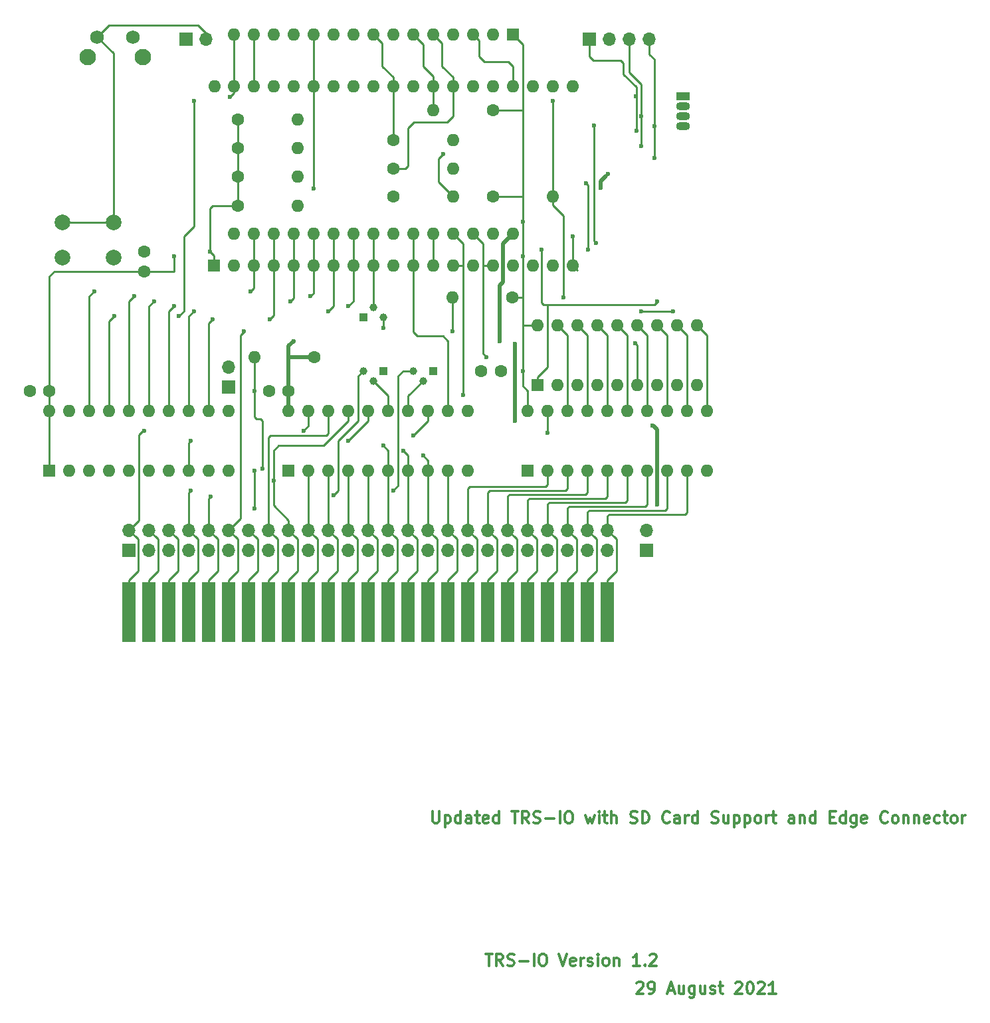
<source format=gbr>
G04 #@! TF.GenerationSoftware,KiCad,Pcbnew,(5.1.5)-3*
G04 #@! TF.CreationDate,2021-08-30T09:07:39+12:00*
G04 #@! TF.ProjectId,TRSIO,54525349-4f2e-46b6-9963-61645f706362,rev?*
G04 #@! TF.SameCoordinates,Original*
G04 #@! TF.FileFunction,Copper,L1,Top*
G04 #@! TF.FilePolarity,Positive*
%FSLAX46Y46*%
G04 Gerber Fmt 4.6, Leading zero omitted, Abs format (unit mm)*
G04 Created by KiCad (PCBNEW (5.1.5)-3) date 2021-08-30 09:07:39*
%MOMM*%
%LPD*%
G04 APERTURE LIST*
%ADD10C,0.300000*%
%ADD11R,1.600000X1.600000*%
%ADD12O,1.600000X1.600000*%
%ADD13C,1.600000*%
%ADD14R,1.800000X1.070000*%
%ADD15O,1.800000X1.070000*%
%ADD16C,1.000000*%
%ADD17R,1.000000X1.000000*%
%ADD18C,2.000000*%
%ADD19R,1.700000X1.700000*%
%ADD20O,1.700000X1.700000*%
%ADD21C,2.100000*%
%ADD22C,1.750000*%
%ADD23R,1.778000X7.620000*%
%ADD24C,0.600000*%
%ADD25C,0.250000*%
%ADD26C,0.500000*%
G04 APERTURE END LIST*
D10*
X179622142Y-170501571D02*
X179622142Y-171715857D01*
X179693571Y-171858714D01*
X179765000Y-171930142D01*
X179907857Y-172001571D01*
X180193571Y-172001571D01*
X180336428Y-171930142D01*
X180407857Y-171858714D01*
X180479285Y-171715857D01*
X180479285Y-170501571D01*
X181193571Y-171001571D02*
X181193571Y-172501571D01*
X181193571Y-171073000D02*
X181336428Y-171001571D01*
X181622142Y-171001571D01*
X181765000Y-171073000D01*
X181836428Y-171144428D01*
X181907857Y-171287285D01*
X181907857Y-171715857D01*
X181836428Y-171858714D01*
X181765000Y-171930142D01*
X181622142Y-172001571D01*
X181336428Y-172001571D01*
X181193571Y-171930142D01*
X183193571Y-172001571D02*
X183193571Y-170501571D01*
X183193571Y-171930142D02*
X183050714Y-172001571D01*
X182765000Y-172001571D01*
X182622142Y-171930142D01*
X182550714Y-171858714D01*
X182479285Y-171715857D01*
X182479285Y-171287285D01*
X182550714Y-171144428D01*
X182622142Y-171073000D01*
X182765000Y-171001571D01*
X183050714Y-171001571D01*
X183193571Y-171073000D01*
X184550714Y-172001571D02*
X184550714Y-171215857D01*
X184479285Y-171073000D01*
X184336428Y-171001571D01*
X184050714Y-171001571D01*
X183907857Y-171073000D01*
X184550714Y-171930142D02*
X184407857Y-172001571D01*
X184050714Y-172001571D01*
X183907857Y-171930142D01*
X183836428Y-171787285D01*
X183836428Y-171644428D01*
X183907857Y-171501571D01*
X184050714Y-171430142D01*
X184407857Y-171430142D01*
X184550714Y-171358714D01*
X185050714Y-171001571D02*
X185622142Y-171001571D01*
X185265000Y-170501571D02*
X185265000Y-171787285D01*
X185336428Y-171930142D01*
X185479285Y-172001571D01*
X185622142Y-172001571D01*
X186693571Y-171930142D02*
X186550714Y-172001571D01*
X186265000Y-172001571D01*
X186122142Y-171930142D01*
X186050714Y-171787285D01*
X186050714Y-171215857D01*
X186122142Y-171073000D01*
X186265000Y-171001571D01*
X186550714Y-171001571D01*
X186693571Y-171073000D01*
X186765000Y-171215857D01*
X186765000Y-171358714D01*
X186050714Y-171501571D01*
X188050714Y-172001571D02*
X188050714Y-170501571D01*
X188050714Y-171930142D02*
X187907857Y-172001571D01*
X187622142Y-172001571D01*
X187479285Y-171930142D01*
X187407857Y-171858714D01*
X187336428Y-171715857D01*
X187336428Y-171287285D01*
X187407857Y-171144428D01*
X187479285Y-171073000D01*
X187622142Y-171001571D01*
X187907857Y-171001571D01*
X188050714Y-171073000D01*
X189693571Y-170501571D02*
X190550714Y-170501571D01*
X190122142Y-172001571D02*
X190122142Y-170501571D01*
X191907857Y-172001571D02*
X191407857Y-171287285D01*
X191050714Y-172001571D02*
X191050714Y-170501571D01*
X191622142Y-170501571D01*
X191765000Y-170573000D01*
X191836428Y-170644428D01*
X191907857Y-170787285D01*
X191907857Y-171001571D01*
X191836428Y-171144428D01*
X191765000Y-171215857D01*
X191622142Y-171287285D01*
X191050714Y-171287285D01*
X192479285Y-171930142D02*
X192693571Y-172001571D01*
X193050714Y-172001571D01*
X193193571Y-171930142D01*
X193265000Y-171858714D01*
X193336428Y-171715857D01*
X193336428Y-171573000D01*
X193265000Y-171430142D01*
X193193571Y-171358714D01*
X193050714Y-171287285D01*
X192765000Y-171215857D01*
X192622142Y-171144428D01*
X192550714Y-171073000D01*
X192479285Y-170930142D01*
X192479285Y-170787285D01*
X192550714Y-170644428D01*
X192622142Y-170573000D01*
X192765000Y-170501571D01*
X193122142Y-170501571D01*
X193336428Y-170573000D01*
X193979285Y-171430142D02*
X195122142Y-171430142D01*
X195836428Y-172001571D02*
X195836428Y-170501571D01*
X196836428Y-170501571D02*
X197122142Y-170501571D01*
X197265000Y-170573000D01*
X197407857Y-170715857D01*
X197479285Y-171001571D01*
X197479285Y-171501571D01*
X197407857Y-171787285D01*
X197265000Y-171930142D01*
X197122142Y-172001571D01*
X196836428Y-172001571D01*
X196693571Y-171930142D01*
X196550714Y-171787285D01*
X196479285Y-171501571D01*
X196479285Y-171001571D01*
X196550714Y-170715857D01*
X196693571Y-170573000D01*
X196836428Y-170501571D01*
X199122142Y-171001571D02*
X199407857Y-172001571D01*
X199693571Y-171287285D01*
X199979285Y-172001571D01*
X200265000Y-171001571D01*
X200836428Y-172001571D02*
X200836428Y-171001571D01*
X200836428Y-170501571D02*
X200765000Y-170573000D01*
X200836428Y-170644428D01*
X200907857Y-170573000D01*
X200836428Y-170501571D01*
X200836428Y-170644428D01*
X201336428Y-171001571D02*
X201907857Y-171001571D01*
X201550714Y-170501571D02*
X201550714Y-171787285D01*
X201622142Y-171930142D01*
X201765000Y-172001571D01*
X201907857Y-172001571D01*
X202407857Y-172001571D02*
X202407857Y-170501571D01*
X203050714Y-172001571D02*
X203050714Y-171215857D01*
X202979285Y-171073000D01*
X202836428Y-171001571D01*
X202622142Y-171001571D01*
X202479285Y-171073000D01*
X202407857Y-171144428D01*
X204836428Y-171930142D02*
X205050714Y-172001571D01*
X205407857Y-172001571D01*
X205550714Y-171930142D01*
X205622142Y-171858714D01*
X205693571Y-171715857D01*
X205693571Y-171573000D01*
X205622142Y-171430142D01*
X205550714Y-171358714D01*
X205407857Y-171287285D01*
X205122142Y-171215857D01*
X204979285Y-171144428D01*
X204907857Y-171073000D01*
X204836428Y-170930142D01*
X204836428Y-170787285D01*
X204907857Y-170644428D01*
X204979285Y-170573000D01*
X205122142Y-170501571D01*
X205479285Y-170501571D01*
X205693571Y-170573000D01*
X206336428Y-172001571D02*
X206336428Y-170501571D01*
X206693571Y-170501571D01*
X206907857Y-170573000D01*
X207050714Y-170715857D01*
X207122142Y-170858714D01*
X207193571Y-171144428D01*
X207193571Y-171358714D01*
X207122142Y-171644428D01*
X207050714Y-171787285D01*
X206907857Y-171930142D01*
X206693571Y-172001571D01*
X206336428Y-172001571D01*
X209836428Y-171858714D02*
X209765000Y-171930142D01*
X209550714Y-172001571D01*
X209407857Y-172001571D01*
X209193571Y-171930142D01*
X209050714Y-171787285D01*
X208979285Y-171644428D01*
X208907857Y-171358714D01*
X208907857Y-171144428D01*
X208979285Y-170858714D01*
X209050714Y-170715857D01*
X209193571Y-170573000D01*
X209407857Y-170501571D01*
X209550714Y-170501571D01*
X209765000Y-170573000D01*
X209836428Y-170644428D01*
X211122142Y-172001571D02*
X211122142Y-171215857D01*
X211050714Y-171073000D01*
X210907857Y-171001571D01*
X210622142Y-171001571D01*
X210479285Y-171073000D01*
X211122142Y-171930142D02*
X210979285Y-172001571D01*
X210622142Y-172001571D01*
X210479285Y-171930142D01*
X210407857Y-171787285D01*
X210407857Y-171644428D01*
X210479285Y-171501571D01*
X210622142Y-171430142D01*
X210979285Y-171430142D01*
X211122142Y-171358714D01*
X211836428Y-172001571D02*
X211836428Y-171001571D01*
X211836428Y-171287285D02*
X211907857Y-171144428D01*
X211979285Y-171073000D01*
X212122142Y-171001571D01*
X212265000Y-171001571D01*
X213407857Y-172001571D02*
X213407857Y-170501571D01*
X213407857Y-171930142D02*
X213265000Y-172001571D01*
X212979285Y-172001571D01*
X212836428Y-171930142D01*
X212765000Y-171858714D01*
X212693571Y-171715857D01*
X212693571Y-171287285D01*
X212765000Y-171144428D01*
X212836428Y-171073000D01*
X212979285Y-171001571D01*
X213265000Y-171001571D01*
X213407857Y-171073000D01*
X215193571Y-171930142D02*
X215407857Y-172001571D01*
X215765000Y-172001571D01*
X215907857Y-171930142D01*
X215979285Y-171858714D01*
X216050714Y-171715857D01*
X216050714Y-171573000D01*
X215979285Y-171430142D01*
X215907857Y-171358714D01*
X215765000Y-171287285D01*
X215479285Y-171215857D01*
X215336428Y-171144428D01*
X215265000Y-171073000D01*
X215193571Y-170930142D01*
X215193571Y-170787285D01*
X215265000Y-170644428D01*
X215336428Y-170573000D01*
X215479285Y-170501571D01*
X215836428Y-170501571D01*
X216050714Y-170573000D01*
X217336428Y-171001571D02*
X217336428Y-172001571D01*
X216693571Y-171001571D02*
X216693571Y-171787285D01*
X216765000Y-171930142D01*
X216907857Y-172001571D01*
X217122142Y-172001571D01*
X217265000Y-171930142D01*
X217336428Y-171858714D01*
X218050714Y-171001571D02*
X218050714Y-172501571D01*
X218050714Y-171073000D02*
X218193571Y-171001571D01*
X218479285Y-171001571D01*
X218622142Y-171073000D01*
X218693571Y-171144428D01*
X218765000Y-171287285D01*
X218765000Y-171715857D01*
X218693571Y-171858714D01*
X218622142Y-171930142D01*
X218479285Y-172001571D01*
X218193571Y-172001571D01*
X218050714Y-171930142D01*
X219407857Y-171001571D02*
X219407857Y-172501571D01*
X219407857Y-171073000D02*
X219550714Y-171001571D01*
X219836428Y-171001571D01*
X219979285Y-171073000D01*
X220050714Y-171144428D01*
X220122142Y-171287285D01*
X220122142Y-171715857D01*
X220050714Y-171858714D01*
X219979285Y-171930142D01*
X219836428Y-172001571D01*
X219550714Y-172001571D01*
X219407857Y-171930142D01*
X220979285Y-172001571D02*
X220836428Y-171930142D01*
X220765000Y-171858714D01*
X220693571Y-171715857D01*
X220693571Y-171287285D01*
X220765000Y-171144428D01*
X220836428Y-171073000D01*
X220979285Y-171001571D01*
X221193571Y-171001571D01*
X221336428Y-171073000D01*
X221407857Y-171144428D01*
X221479285Y-171287285D01*
X221479285Y-171715857D01*
X221407857Y-171858714D01*
X221336428Y-171930142D01*
X221193571Y-172001571D01*
X220979285Y-172001571D01*
X222122142Y-172001571D02*
X222122142Y-171001571D01*
X222122142Y-171287285D02*
X222193571Y-171144428D01*
X222265000Y-171073000D01*
X222407857Y-171001571D01*
X222550714Y-171001571D01*
X222836428Y-171001571D02*
X223407857Y-171001571D01*
X223050714Y-170501571D02*
X223050714Y-171787285D01*
X223122142Y-171930142D01*
X223265000Y-172001571D01*
X223407857Y-172001571D01*
X225693571Y-172001571D02*
X225693571Y-171215857D01*
X225622142Y-171073000D01*
X225479285Y-171001571D01*
X225193571Y-171001571D01*
X225050714Y-171073000D01*
X225693571Y-171930142D02*
X225550714Y-172001571D01*
X225193571Y-172001571D01*
X225050714Y-171930142D01*
X224979285Y-171787285D01*
X224979285Y-171644428D01*
X225050714Y-171501571D01*
X225193571Y-171430142D01*
X225550714Y-171430142D01*
X225693571Y-171358714D01*
X226407857Y-171001571D02*
X226407857Y-172001571D01*
X226407857Y-171144428D02*
X226479285Y-171073000D01*
X226622142Y-171001571D01*
X226836428Y-171001571D01*
X226979285Y-171073000D01*
X227050714Y-171215857D01*
X227050714Y-172001571D01*
X228407857Y-172001571D02*
X228407857Y-170501571D01*
X228407857Y-171930142D02*
X228265000Y-172001571D01*
X227979285Y-172001571D01*
X227836428Y-171930142D01*
X227765000Y-171858714D01*
X227693571Y-171715857D01*
X227693571Y-171287285D01*
X227765000Y-171144428D01*
X227836428Y-171073000D01*
X227979285Y-171001571D01*
X228265000Y-171001571D01*
X228407857Y-171073000D01*
X230265000Y-171215857D02*
X230765000Y-171215857D01*
X230979285Y-172001571D02*
X230265000Y-172001571D01*
X230265000Y-170501571D01*
X230979285Y-170501571D01*
X232265000Y-172001571D02*
X232265000Y-170501571D01*
X232265000Y-171930142D02*
X232122142Y-172001571D01*
X231836428Y-172001571D01*
X231693571Y-171930142D01*
X231622142Y-171858714D01*
X231550714Y-171715857D01*
X231550714Y-171287285D01*
X231622142Y-171144428D01*
X231693571Y-171073000D01*
X231836428Y-171001571D01*
X232122142Y-171001571D01*
X232265000Y-171073000D01*
X233622142Y-171001571D02*
X233622142Y-172215857D01*
X233550714Y-172358714D01*
X233479285Y-172430142D01*
X233336428Y-172501571D01*
X233122142Y-172501571D01*
X232979285Y-172430142D01*
X233622142Y-171930142D02*
X233479285Y-172001571D01*
X233193571Y-172001571D01*
X233050714Y-171930142D01*
X232979285Y-171858714D01*
X232907857Y-171715857D01*
X232907857Y-171287285D01*
X232979285Y-171144428D01*
X233050714Y-171073000D01*
X233193571Y-171001571D01*
X233479285Y-171001571D01*
X233622142Y-171073000D01*
X234907857Y-171930142D02*
X234765000Y-172001571D01*
X234479285Y-172001571D01*
X234336428Y-171930142D01*
X234265000Y-171787285D01*
X234265000Y-171215857D01*
X234336428Y-171073000D01*
X234479285Y-171001571D01*
X234765000Y-171001571D01*
X234907857Y-171073000D01*
X234979285Y-171215857D01*
X234979285Y-171358714D01*
X234265000Y-171501571D01*
X237622142Y-171858714D02*
X237550714Y-171930142D01*
X237336428Y-172001571D01*
X237193571Y-172001571D01*
X236979285Y-171930142D01*
X236836428Y-171787285D01*
X236765000Y-171644428D01*
X236693571Y-171358714D01*
X236693571Y-171144428D01*
X236765000Y-170858714D01*
X236836428Y-170715857D01*
X236979285Y-170573000D01*
X237193571Y-170501571D01*
X237336428Y-170501571D01*
X237550714Y-170573000D01*
X237622142Y-170644428D01*
X238479285Y-172001571D02*
X238336428Y-171930142D01*
X238265000Y-171858714D01*
X238193571Y-171715857D01*
X238193571Y-171287285D01*
X238265000Y-171144428D01*
X238336428Y-171073000D01*
X238479285Y-171001571D01*
X238693571Y-171001571D01*
X238836428Y-171073000D01*
X238907857Y-171144428D01*
X238979285Y-171287285D01*
X238979285Y-171715857D01*
X238907857Y-171858714D01*
X238836428Y-171930142D01*
X238693571Y-172001571D01*
X238479285Y-172001571D01*
X239622142Y-171001571D02*
X239622142Y-172001571D01*
X239622142Y-171144428D02*
X239693571Y-171073000D01*
X239836428Y-171001571D01*
X240050714Y-171001571D01*
X240193571Y-171073000D01*
X240265000Y-171215857D01*
X240265000Y-172001571D01*
X240979285Y-171001571D02*
X240979285Y-172001571D01*
X240979285Y-171144428D02*
X241050714Y-171073000D01*
X241193571Y-171001571D01*
X241407857Y-171001571D01*
X241550714Y-171073000D01*
X241622142Y-171215857D01*
X241622142Y-172001571D01*
X242907857Y-171930142D02*
X242765000Y-172001571D01*
X242479285Y-172001571D01*
X242336428Y-171930142D01*
X242265000Y-171787285D01*
X242265000Y-171215857D01*
X242336428Y-171073000D01*
X242479285Y-171001571D01*
X242765000Y-171001571D01*
X242907857Y-171073000D01*
X242979285Y-171215857D01*
X242979285Y-171358714D01*
X242265000Y-171501571D01*
X244265000Y-171930142D02*
X244122142Y-172001571D01*
X243836428Y-172001571D01*
X243693571Y-171930142D01*
X243622142Y-171858714D01*
X243550714Y-171715857D01*
X243550714Y-171287285D01*
X243622142Y-171144428D01*
X243693571Y-171073000D01*
X243836428Y-171001571D01*
X244122142Y-171001571D01*
X244265000Y-171073000D01*
X244693571Y-171001571D02*
X245265000Y-171001571D01*
X244907857Y-170501571D02*
X244907857Y-171787285D01*
X244979285Y-171930142D01*
X245122142Y-172001571D01*
X245265000Y-172001571D01*
X245979285Y-172001571D02*
X245836428Y-171930142D01*
X245765000Y-171858714D01*
X245693571Y-171715857D01*
X245693571Y-171287285D01*
X245765000Y-171144428D01*
X245836428Y-171073000D01*
X245979285Y-171001571D01*
X246193571Y-171001571D01*
X246336428Y-171073000D01*
X246407857Y-171144428D01*
X246479285Y-171287285D01*
X246479285Y-171715857D01*
X246407857Y-171858714D01*
X246336428Y-171930142D01*
X246193571Y-172001571D01*
X245979285Y-172001571D01*
X247122142Y-172001571D02*
X247122142Y-171001571D01*
X247122142Y-171287285D02*
X247193571Y-171144428D01*
X247265000Y-171073000D01*
X247407857Y-171001571D01*
X247550714Y-171001571D01*
X205645857Y-192361428D02*
X205717285Y-192290000D01*
X205860142Y-192218571D01*
X206217285Y-192218571D01*
X206360142Y-192290000D01*
X206431571Y-192361428D01*
X206503000Y-192504285D01*
X206503000Y-192647142D01*
X206431571Y-192861428D01*
X205574428Y-193718571D01*
X206503000Y-193718571D01*
X207217285Y-193718571D02*
X207503000Y-193718571D01*
X207645857Y-193647142D01*
X207717285Y-193575714D01*
X207860142Y-193361428D01*
X207931571Y-193075714D01*
X207931571Y-192504285D01*
X207860142Y-192361428D01*
X207788714Y-192290000D01*
X207645857Y-192218571D01*
X207360142Y-192218571D01*
X207217285Y-192290000D01*
X207145857Y-192361428D01*
X207074428Y-192504285D01*
X207074428Y-192861428D01*
X207145857Y-193004285D01*
X207217285Y-193075714D01*
X207360142Y-193147142D01*
X207645857Y-193147142D01*
X207788714Y-193075714D01*
X207860142Y-193004285D01*
X207931571Y-192861428D01*
X209645857Y-193290000D02*
X210360142Y-193290000D01*
X209503000Y-193718571D02*
X210003000Y-192218571D01*
X210503000Y-193718571D01*
X211645857Y-192718571D02*
X211645857Y-193718571D01*
X211003000Y-192718571D02*
X211003000Y-193504285D01*
X211074428Y-193647142D01*
X211217285Y-193718571D01*
X211431571Y-193718571D01*
X211574428Y-193647142D01*
X211645857Y-193575714D01*
X213003000Y-192718571D02*
X213003000Y-193932857D01*
X212931571Y-194075714D01*
X212860142Y-194147142D01*
X212717285Y-194218571D01*
X212503000Y-194218571D01*
X212360142Y-194147142D01*
X213003000Y-193647142D02*
X212860142Y-193718571D01*
X212574428Y-193718571D01*
X212431571Y-193647142D01*
X212360142Y-193575714D01*
X212288714Y-193432857D01*
X212288714Y-193004285D01*
X212360142Y-192861428D01*
X212431571Y-192790000D01*
X212574428Y-192718571D01*
X212860142Y-192718571D01*
X213003000Y-192790000D01*
X214360142Y-192718571D02*
X214360142Y-193718571D01*
X213717285Y-192718571D02*
X213717285Y-193504285D01*
X213788714Y-193647142D01*
X213931571Y-193718571D01*
X214145857Y-193718571D01*
X214288714Y-193647142D01*
X214360142Y-193575714D01*
X215003000Y-193647142D02*
X215145857Y-193718571D01*
X215431571Y-193718571D01*
X215574428Y-193647142D01*
X215645857Y-193504285D01*
X215645857Y-193432857D01*
X215574428Y-193290000D01*
X215431571Y-193218571D01*
X215217285Y-193218571D01*
X215074428Y-193147142D01*
X215003000Y-193004285D01*
X215003000Y-192932857D01*
X215074428Y-192790000D01*
X215217285Y-192718571D01*
X215431571Y-192718571D01*
X215574428Y-192790000D01*
X216074428Y-192718571D02*
X216645857Y-192718571D01*
X216288714Y-192218571D02*
X216288714Y-193504285D01*
X216360142Y-193647142D01*
X216503000Y-193718571D01*
X216645857Y-193718571D01*
X218217285Y-192361428D02*
X218288714Y-192290000D01*
X218431571Y-192218571D01*
X218788714Y-192218571D01*
X218931571Y-192290000D01*
X219003000Y-192361428D01*
X219074428Y-192504285D01*
X219074428Y-192647142D01*
X219003000Y-192861428D01*
X218145857Y-193718571D01*
X219074428Y-193718571D01*
X220003000Y-192218571D02*
X220145857Y-192218571D01*
X220288714Y-192290000D01*
X220360142Y-192361428D01*
X220431571Y-192504285D01*
X220503000Y-192790000D01*
X220503000Y-193147142D01*
X220431571Y-193432857D01*
X220360142Y-193575714D01*
X220288714Y-193647142D01*
X220145857Y-193718571D01*
X220003000Y-193718571D01*
X219860142Y-193647142D01*
X219788714Y-193575714D01*
X219717285Y-193432857D01*
X219645857Y-193147142D01*
X219645857Y-192790000D01*
X219717285Y-192504285D01*
X219788714Y-192361428D01*
X219860142Y-192290000D01*
X220003000Y-192218571D01*
X221074428Y-192361428D02*
X221145857Y-192290000D01*
X221288714Y-192218571D01*
X221645857Y-192218571D01*
X221788714Y-192290000D01*
X221860142Y-192361428D01*
X221931571Y-192504285D01*
X221931571Y-192647142D01*
X221860142Y-192861428D01*
X221003000Y-193718571D01*
X221931571Y-193718571D01*
X223360142Y-193718571D02*
X222503000Y-193718571D01*
X222931571Y-193718571D02*
X222931571Y-192218571D01*
X222788714Y-192432857D01*
X222645857Y-192575714D01*
X222503000Y-192647142D01*
X186393714Y-188662571D02*
X187250857Y-188662571D01*
X186822285Y-190162571D02*
X186822285Y-188662571D01*
X188608000Y-190162571D02*
X188108000Y-189448285D01*
X187750857Y-190162571D02*
X187750857Y-188662571D01*
X188322285Y-188662571D01*
X188465142Y-188734000D01*
X188536571Y-188805428D01*
X188608000Y-188948285D01*
X188608000Y-189162571D01*
X188536571Y-189305428D01*
X188465142Y-189376857D01*
X188322285Y-189448285D01*
X187750857Y-189448285D01*
X189179428Y-190091142D02*
X189393714Y-190162571D01*
X189750857Y-190162571D01*
X189893714Y-190091142D01*
X189965142Y-190019714D01*
X190036571Y-189876857D01*
X190036571Y-189734000D01*
X189965142Y-189591142D01*
X189893714Y-189519714D01*
X189750857Y-189448285D01*
X189465142Y-189376857D01*
X189322285Y-189305428D01*
X189250857Y-189234000D01*
X189179428Y-189091142D01*
X189179428Y-188948285D01*
X189250857Y-188805428D01*
X189322285Y-188734000D01*
X189465142Y-188662571D01*
X189822285Y-188662571D01*
X190036571Y-188734000D01*
X190679428Y-189591142D02*
X191822285Y-189591142D01*
X192536571Y-190162571D02*
X192536571Y-188662571D01*
X193536571Y-188662571D02*
X193822285Y-188662571D01*
X193965142Y-188734000D01*
X194108000Y-188876857D01*
X194179428Y-189162571D01*
X194179428Y-189662571D01*
X194108000Y-189948285D01*
X193965142Y-190091142D01*
X193822285Y-190162571D01*
X193536571Y-190162571D01*
X193393714Y-190091142D01*
X193250857Y-189948285D01*
X193179428Y-189662571D01*
X193179428Y-189162571D01*
X193250857Y-188876857D01*
X193393714Y-188734000D01*
X193536571Y-188662571D01*
X195750857Y-188662571D02*
X196250857Y-190162571D01*
X196750857Y-188662571D01*
X197822285Y-190091142D02*
X197679428Y-190162571D01*
X197393714Y-190162571D01*
X197250857Y-190091142D01*
X197179428Y-189948285D01*
X197179428Y-189376857D01*
X197250857Y-189234000D01*
X197393714Y-189162571D01*
X197679428Y-189162571D01*
X197822285Y-189234000D01*
X197893714Y-189376857D01*
X197893714Y-189519714D01*
X197179428Y-189662571D01*
X198536571Y-190162571D02*
X198536571Y-189162571D01*
X198536571Y-189448285D02*
X198608000Y-189305428D01*
X198679428Y-189234000D01*
X198822285Y-189162571D01*
X198965142Y-189162571D01*
X199393714Y-190091142D02*
X199536571Y-190162571D01*
X199822285Y-190162571D01*
X199965142Y-190091142D01*
X200036571Y-189948285D01*
X200036571Y-189876857D01*
X199965142Y-189734000D01*
X199822285Y-189662571D01*
X199608000Y-189662571D01*
X199465142Y-189591142D01*
X199393714Y-189448285D01*
X199393714Y-189376857D01*
X199465142Y-189234000D01*
X199608000Y-189162571D01*
X199822285Y-189162571D01*
X199965142Y-189234000D01*
X200679428Y-190162571D02*
X200679428Y-189162571D01*
X200679428Y-188662571D02*
X200608000Y-188734000D01*
X200679428Y-188805428D01*
X200750857Y-188734000D01*
X200679428Y-188662571D01*
X200679428Y-188805428D01*
X201608000Y-190162571D02*
X201465142Y-190091142D01*
X201393714Y-190019714D01*
X201322285Y-189876857D01*
X201322285Y-189448285D01*
X201393714Y-189305428D01*
X201465142Y-189234000D01*
X201608000Y-189162571D01*
X201822285Y-189162571D01*
X201965142Y-189234000D01*
X202036571Y-189305428D01*
X202108000Y-189448285D01*
X202108000Y-189876857D01*
X202036571Y-190019714D01*
X201965142Y-190091142D01*
X201822285Y-190162571D01*
X201608000Y-190162571D01*
X202750857Y-189162571D02*
X202750857Y-190162571D01*
X202750857Y-189305428D02*
X202822285Y-189234000D01*
X202965142Y-189162571D01*
X203179428Y-189162571D01*
X203322285Y-189234000D01*
X203393714Y-189376857D01*
X203393714Y-190162571D01*
X206036571Y-190162571D02*
X205179428Y-190162571D01*
X205608000Y-190162571D02*
X205608000Y-188662571D01*
X205465142Y-188876857D01*
X205322285Y-189019714D01*
X205179428Y-189091142D01*
X206679428Y-190019714D02*
X206750857Y-190091142D01*
X206679428Y-190162571D01*
X206608000Y-190091142D01*
X206679428Y-190019714D01*
X206679428Y-190162571D01*
X207322285Y-188805428D02*
X207393714Y-188734000D01*
X207536571Y-188662571D01*
X207893714Y-188662571D01*
X208036571Y-188734000D01*
X208108000Y-188805428D01*
X208179428Y-188948285D01*
X208179428Y-189091142D01*
X208108000Y-189305428D01*
X207250857Y-190162571D01*
X208179428Y-190162571D01*
D11*
X189865000Y-71374000D03*
D12*
X187325000Y-71374000D03*
X184785000Y-71374000D03*
X182245000Y-71374000D03*
X179705000Y-71374000D03*
X177165000Y-71374000D03*
X154305000Y-96774000D03*
X174625000Y-71374000D03*
X156845000Y-96774000D03*
X172085000Y-71374000D03*
X159385000Y-96774000D03*
X169545000Y-71374000D03*
X161925000Y-96774000D03*
X167005000Y-71374000D03*
X164465000Y-96774000D03*
X164465000Y-71374000D03*
X167005000Y-96774000D03*
X161925000Y-71374000D03*
X169545000Y-96774000D03*
X159385000Y-71374000D03*
X172085000Y-96774000D03*
X156845000Y-71374000D03*
X174625000Y-96774000D03*
X154305000Y-71374000D03*
X177165000Y-96774000D03*
X179705000Y-96774000D03*
X182245000Y-96774000D03*
X184785000Y-96774000D03*
X187325000Y-96774000D03*
X189865000Y-96774000D03*
D13*
X130810000Y-116840000D03*
X128310000Y-116840000D03*
X161290000Y-116840000D03*
X158790000Y-116840000D03*
X188341000Y-114300000D03*
X185841000Y-114300000D03*
X142875000Y-101600000D03*
X142875000Y-99100000D03*
D14*
X211582000Y-79311500D03*
D15*
X211582000Y-80581500D03*
X211582000Y-81851500D03*
X211582000Y-83121500D03*
D16*
X172085000Y-106172000D03*
X173355000Y-107442000D03*
D17*
X170815000Y-107442000D03*
D16*
X172085000Y-115570000D03*
X170815000Y-114300000D03*
D17*
X173355000Y-114300000D03*
D16*
X178435000Y-115570000D03*
X177165000Y-114300000D03*
D17*
X179705000Y-114300000D03*
D13*
X174625000Y-84899500D03*
D12*
X182245000Y-84899500D03*
D13*
X174625000Y-88519000D03*
D12*
X182245000Y-88519000D03*
D13*
X174625000Y-92075000D03*
D12*
X182245000Y-92075000D03*
D18*
X132461000Y-99877000D03*
X132461000Y-95377000D03*
X138961000Y-99877000D03*
X138961000Y-95377000D03*
D11*
X191770000Y-127000000D03*
D12*
X214630000Y-119380000D03*
X194310000Y-127000000D03*
X212090000Y-119380000D03*
X196850000Y-127000000D03*
X209550000Y-119380000D03*
X199390000Y-127000000D03*
X207010000Y-119380000D03*
X201930000Y-127000000D03*
X204470000Y-119380000D03*
X204470000Y-127000000D03*
X201930000Y-119380000D03*
X207010000Y-127000000D03*
X199390000Y-119380000D03*
X209550000Y-127000000D03*
X196850000Y-119380000D03*
X212090000Y-127000000D03*
X194310000Y-119380000D03*
X214630000Y-127000000D03*
X191770000Y-119380000D03*
D11*
X161290000Y-127000000D03*
D12*
X184150000Y-119380000D03*
X163830000Y-127000000D03*
X181610000Y-119380000D03*
X166370000Y-127000000D03*
X179070000Y-119380000D03*
X168910000Y-127000000D03*
X176530000Y-119380000D03*
X171450000Y-127000000D03*
X173990000Y-119380000D03*
X173990000Y-127000000D03*
X171450000Y-119380000D03*
X176530000Y-127000000D03*
X168910000Y-119380000D03*
X179070000Y-127000000D03*
X166370000Y-119380000D03*
X181610000Y-127000000D03*
X163830000Y-119380000D03*
X184150000Y-127000000D03*
X161290000Y-119380000D03*
D11*
X130810000Y-127000000D03*
D12*
X153670000Y-119380000D03*
X133350000Y-127000000D03*
X151130000Y-119380000D03*
X135890000Y-127000000D03*
X148590000Y-119380000D03*
X138430000Y-127000000D03*
X146050000Y-119380000D03*
X140970000Y-127000000D03*
X143510000Y-119380000D03*
X143510000Y-127000000D03*
X140970000Y-119380000D03*
X146050000Y-127000000D03*
X138430000Y-119380000D03*
X148590000Y-127000000D03*
X135890000Y-119380000D03*
X151130000Y-127000000D03*
X133350000Y-119380000D03*
X153670000Y-127000000D03*
X130810000Y-119380000D03*
D19*
X140970000Y-137160000D03*
D20*
X140970000Y-134620000D03*
X143510000Y-137160000D03*
X143510000Y-134620000D03*
X146050000Y-137160000D03*
X146050000Y-134620000D03*
X148590000Y-137160000D03*
X148590000Y-134620000D03*
X151130000Y-137160000D03*
X151130000Y-134620000D03*
X153670000Y-137160000D03*
X153670000Y-134620000D03*
X156210000Y-137160000D03*
X156210000Y-134620000D03*
X158750000Y-137160000D03*
X158750000Y-134620000D03*
X161290000Y-137160000D03*
X161290000Y-134620000D03*
X163830000Y-137160000D03*
X163830000Y-134620000D03*
X166370000Y-137160000D03*
X166370000Y-134620000D03*
X168910000Y-137160000D03*
X168910000Y-134620000D03*
X171450000Y-137160000D03*
X171450000Y-134620000D03*
X173990000Y-137160000D03*
X173990000Y-134620000D03*
X176530000Y-137160000D03*
X176530000Y-134620000D03*
X179070000Y-137160000D03*
X179070000Y-134620000D03*
X181610000Y-137160000D03*
X181610000Y-134620000D03*
X184150000Y-137160000D03*
X184150000Y-134620000D03*
X186690000Y-137160000D03*
X186690000Y-134620000D03*
X189230000Y-137160000D03*
X189230000Y-134620000D03*
X191770000Y-137160000D03*
X191770000Y-134620000D03*
X194310000Y-137160000D03*
X194310000Y-134620000D03*
X196850000Y-137160000D03*
X196850000Y-134620000D03*
X199390000Y-137160000D03*
X199390000Y-134620000D03*
X201930000Y-137160000D03*
X201930000Y-134620000D03*
D11*
X151765000Y-100838000D03*
D12*
X154305000Y-100838000D03*
X197485000Y-77978000D03*
X156845000Y-100838000D03*
X194945000Y-77978000D03*
X159385000Y-100838000D03*
X192405000Y-77978000D03*
X161925000Y-100838000D03*
X189865000Y-77978000D03*
X164465000Y-100838000D03*
X187325000Y-77978000D03*
X167005000Y-100838000D03*
X184785000Y-77978000D03*
X169545000Y-100838000D03*
X182245000Y-77978000D03*
X172085000Y-100838000D03*
X179705000Y-77978000D03*
X174625000Y-100838000D03*
X177165000Y-77978000D03*
X177165000Y-100838000D03*
X174625000Y-77978000D03*
X179705000Y-100838000D03*
X172085000Y-77978000D03*
X182245000Y-100838000D03*
X169545000Y-77978000D03*
X184785000Y-100838000D03*
X167005000Y-77978000D03*
X187325000Y-100838000D03*
X164465000Y-77978000D03*
X189865000Y-100838000D03*
X161925000Y-77978000D03*
X192405000Y-100838000D03*
X159385000Y-77978000D03*
X194945000Y-100838000D03*
X156845000Y-77978000D03*
X197485000Y-100838000D03*
X154305000Y-77978000D03*
X151828500Y-77978000D03*
D19*
X206883000Y-137160000D03*
D20*
X206883000Y-134620000D03*
D19*
X148209000Y-72009000D03*
D20*
X150749000Y-72009000D03*
D19*
X199644000Y-72009000D03*
D20*
X202184000Y-72009000D03*
X204724000Y-72009000D03*
X207264000Y-72009000D03*
D21*
X142666000Y-74245000D03*
D22*
X141406000Y-71755000D03*
X136906000Y-71755000D03*
D21*
X135656000Y-74245000D03*
D19*
X153670000Y-116332000D03*
D20*
X153670000Y-113792000D03*
D13*
X164592000Y-112522000D03*
D12*
X156972000Y-112522000D03*
D23*
X201866500Y-145097500D03*
X199326500Y-145097500D03*
X196786500Y-145097500D03*
X194246500Y-145097500D03*
X191706500Y-145097500D03*
X189166500Y-145097500D03*
X186626500Y-145097500D03*
X184086500Y-145097500D03*
X181546500Y-145097500D03*
X179006500Y-145097500D03*
X176466500Y-145097500D03*
X173926500Y-145097500D03*
X171386500Y-145097500D03*
X168846500Y-145097500D03*
X166306500Y-145097500D03*
X163766500Y-145097500D03*
X161226500Y-145097500D03*
X158686500Y-145097500D03*
X156146500Y-145097500D03*
X153606500Y-145097500D03*
X151066500Y-145097500D03*
X148526500Y-145097500D03*
X145986500Y-145097500D03*
X143446500Y-145097500D03*
X140906500Y-145097500D03*
D13*
X189801500Y-104965500D03*
D12*
X182181500Y-104965500D03*
X162433000Y-89535000D03*
D13*
X154813000Y-89535000D03*
X154813000Y-93218000D03*
D12*
X162433000Y-93218000D03*
X194945000Y-92075000D03*
D13*
X187325000Y-92075000D03*
X154813000Y-85852000D03*
D12*
X162433000Y-85852000D03*
X162433000Y-82232500D03*
D13*
X154813000Y-82232500D03*
D12*
X193040000Y-108521500D03*
X213360000Y-116141500D03*
X195580000Y-108521500D03*
X210820000Y-116141500D03*
X198120000Y-108521500D03*
X208280000Y-116141500D03*
X200660000Y-108521500D03*
X205740000Y-116141500D03*
X203200000Y-108521500D03*
X203200000Y-116141500D03*
X205740000Y-108521500D03*
X200660000Y-116141500D03*
X208280000Y-108521500D03*
X198120000Y-116141500D03*
X210820000Y-108521500D03*
X195580000Y-116141500D03*
X213360000Y-108521500D03*
D11*
X193040000Y-116141500D03*
D12*
X179705000Y-81089500D03*
D13*
X187325000Y-81089500D03*
D24*
X191135000Y-99695000D03*
X151257000Y-99060000D03*
X146685000Y-99695000D03*
X191135000Y-95313500D03*
X191135000Y-114300000D03*
X156972000Y-131826000D03*
X156972000Y-127000000D03*
X201993500Y-89154000D03*
X201041000Y-90932000D03*
X178435000Y-125095000D03*
X175895000Y-124460000D03*
X173355000Y-123825000D03*
X164465000Y-91059000D03*
X156464000Y-104140000D03*
X136525000Y-104140000D03*
X161544000Y-105410000D03*
X144145000Y-105410000D03*
X164084000Y-104775000D03*
X141605000Y-104775000D03*
X166370000Y-106680000D03*
X149225000Y-106680000D03*
X168910000Y-106045000D03*
X146685000Y-106045000D03*
X149225000Y-79883000D03*
X153797000Y-79375000D03*
X139065000Y-107315000D03*
X147320000Y-107315000D03*
X194310000Y-122174000D03*
X177165000Y-122555000D03*
X151638000Y-107696000D03*
X158877000Y-107696000D03*
X168910000Y-123190000D03*
X148844000Y-123190000D03*
X207645000Y-121285000D03*
X208280000Y-131318000D03*
X197485000Y-97155000D03*
X188214000Y-110490000D03*
X161925000Y-110490000D03*
X190119000Y-110871000D03*
X190119000Y-120713500D03*
X205613000Y-83693000D03*
X205549500Y-79311500D03*
X206248000Y-81851500D03*
X206248000Y-85598000D03*
X180975000Y-86677500D03*
X207899000Y-83121500D03*
X207899000Y-87185500D03*
X157988000Y-126746000D03*
X156972000Y-116840000D03*
X142875000Y-121920000D03*
X163195000Y-121920000D03*
X148844000Y-129540000D03*
X174625000Y-129540000D03*
X151384000Y-130302000D03*
X167005000Y-130175000D03*
X155575000Y-109220000D03*
X173355000Y-108839000D03*
X159385000Y-128270000D03*
X199453500Y-98806000D03*
X199199500Y-90360500D03*
X200215500Y-82994500D03*
X200469500Y-97980500D03*
X186499500Y-112522000D03*
X208216500Y-105410000D03*
X193548000Y-98806000D03*
X183515000Y-117411500D03*
X205486000Y-110807500D03*
X182181500Y-109283500D03*
X194945000Y-79883000D03*
X196278500Y-104902000D03*
X206184500Y-106680000D03*
X210248500Y-106680000D03*
D25*
X191135000Y-72644000D02*
X189865000Y-71374000D01*
X191135000Y-116205000D02*
X191770000Y-116840000D01*
X151765000Y-100838000D02*
X151765000Y-99568000D01*
X151765000Y-99568000D02*
X151257000Y-99060000D01*
X146685000Y-101600000D02*
X146685000Y-99695000D01*
X142875000Y-101600000D02*
X131445000Y-101600000D01*
X130810000Y-102235000D02*
X130810000Y-116840000D01*
X131445000Y-101600000D02*
X130810000Y-102235000D01*
X130810000Y-116840000D02*
X130810000Y-119380000D01*
X130810000Y-119380000D02*
X130810000Y-127000000D01*
X191770000Y-116840000D02*
X191770000Y-119380000D01*
X146685000Y-101600000D02*
X142875000Y-101600000D01*
X191135000Y-109220000D02*
X191135000Y-114300000D01*
X191135000Y-114300000D02*
X191135000Y-114300000D01*
X191845130Y-108458000D02*
X191135000Y-108458000D01*
X193040000Y-108521500D02*
X191908630Y-108521500D01*
X191908630Y-108521500D02*
X191845130Y-108458000D01*
X191135000Y-108458000D02*
X191135000Y-109220000D01*
X191135000Y-99695000D02*
X191135000Y-95313500D01*
X191135000Y-114300000D02*
X191135000Y-116205000D01*
X188456370Y-81089500D02*
X191135000Y-81089500D01*
X187325000Y-81089500D02*
X188456370Y-81089500D01*
X191135000Y-81089500D02*
X191135000Y-72644000D01*
X187325000Y-92075000D02*
X191135000Y-92075000D01*
X191135000Y-95313500D02*
X191135000Y-92075000D01*
X191135000Y-92075000D02*
X191135000Y-81089500D01*
X151257000Y-99060000D02*
X151257000Y-93599000D01*
X151638000Y-93218000D02*
X154813000Y-93218000D01*
X151257000Y-93599000D02*
X151638000Y-93218000D01*
X189801500Y-104965500D02*
X191135000Y-104965500D01*
X191135000Y-99695000D02*
X191135000Y-104965500D01*
X191135000Y-104965500D02*
X191135000Y-108458000D01*
X154813000Y-89535000D02*
X154813000Y-93218000D01*
X154813000Y-83363870D02*
X154813000Y-85852000D01*
X154813000Y-82232500D02*
X154813000Y-83363870D01*
X154813000Y-86983370D02*
X154813000Y-89535000D01*
X154813000Y-85852000D02*
X154813000Y-86983370D01*
X156972000Y-127000000D02*
X156972000Y-131826000D01*
X201993500Y-89154000D02*
X201693501Y-89453999D01*
D26*
X201693501Y-89453999D02*
X201041000Y-90106500D01*
X201041000Y-90106500D02*
X201041000Y-90932000D01*
D25*
X181610000Y-127000000D02*
X181610000Y-134620000D01*
X182459999Y-135469999D02*
X181610000Y-134620000D01*
X182785001Y-139798999D02*
X182785001Y-135795001D01*
X181546500Y-141037500D02*
X182785001Y-139798999D01*
X182785001Y-135795001D02*
X182459999Y-135469999D01*
X181546500Y-145097500D02*
X181546500Y-141037500D01*
X179070000Y-127000000D02*
X179070000Y-134620000D01*
X179070000Y-125730000D02*
X178435000Y-125095000D01*
X179070000Y-127000000D02*
X179070000Y-125730000D01*
X179919999Y-135469999D02*
X179070000Y-134620000D01*
X180245001Y-135795001D02*
X179919999Y-135469999D01*
X180245001Y-139798999D02*
X180245001Y-135795001D01*
X179006500Y-141037500D02*
X180245001Y-139798999D01*
X179006500Y-145097500D02*
X179006500Y-141037500D01*
X176530000Y-127000000D02*
X176530000Y-134620000D01*
X176530000Y-125095000D02*
X175895000Y-124460000D01*
X176530000Y-125095000D02*
X176530000Y-127000000D01*
X177379999Y-135469999D02*
X176530000Y-134620000D01*
X177705001Y-135795001D02*
X177379999Y-135469999D01*
X177705001Y-139798999D02*
X177705001Y-135795001D01*
X176466500Y-141037500D02*
X177705001Y-139798999D01*
X176466500Y-145097500D02*
X176466500Y-141037500D01*
X173990000Y-127000000D02*
X173990000Y-134620000D01*
X173990000Y-124460000D02*
X173355000Y-123825000D01*
X173990000Y-124460000D02*
X173990000Y-127000000D01*
X174839999Y-135469999D02*
X173990000Y-134620000D01*
X175165001Y-135795001D02*
X174839999Y-135469999D01*
X173926500Y-141037500D02*
X175165001Y-139798999D01*
X175165001Y-139798999D02*
X175165001Y-135795001D01*
X173926500Y-145097500D02*
X173926500Y-141037500D01*
X172085000Y-100838000D02*
X172085000Y-106172000D01*
X172085000Y-96774000D02*
X172085000Y-100838000D01*
X172085000Y-115570000D02*
X173990000Y-117475000D01*
X173990000Y-117475000D02*
X173990000Y-119380000D01*
X178435000Y-115570000D02*
X176530000Y-117475000D01*
X176530000Y-117475000D02*
X176530000Y-119380000D01*
X174625000Y-77978000D02*
X174625000Y-76835000D01*
X173228000Y-75438000D02*
X173228000Y-72517000D01*
X173228000Y-72517000D02*
X172085000Y-71374000D01*
X174625000Y-76835000D02*
X173228000Y-75438000D01*
X174625000Y-83502500D02*
X174625000Y-84899500D01*
X174625000Y-83502500D02*
X174625000Y-83693000D01*
X174625000Y-77978000D02*
X174625000Y-83502500D01*
X182245000Y-77978000D02*
X182245000Y-76835000D01*
X180848000Y-75438000D02*
X180848000Y-72517000D01*
X180848000Y-72517000D02*
X179705000Y-71374000D01*
X182245000Y-76835000D02*
X180848000Y-75438000D01*
X176530000Y-88138000D02*
X176149000Y-88519000D01*
X182245000Y-81788000D02*
X181483000Y-82550000D01*
X182245000Y-77978000D02*
X182245000Y-81788000D01*
X176149000Y-88519000D02*
X174625000Y-88519000D01*
X181483000Y-82550000D02*
X177292000Y-82550000D01*
X176530000Y-83312000D02*
X176530000Y-88138000D01*
X177292000Y-82550000D02*
X176530000Y-83312000D01*
X164465000Y-91059000D02*
X164465000Y-89916000D01*
X164465000Y-71374000D02*
X164465000Y-77978000D01*
X164465000Y-77978000D02*
X164465000Y-89916000D01*
X164465000Y-89916000D02*
X164465000Y-90043000D01*
X156845000Y-100838000D02*
X156845000Y-103759000D01*
X156845000Y-103759000D02*
X156464000Y-104140000D01*
X135890000Y-104775000D02*
X136525000Y-104140000D01*
X135890000Y-104775000D02*
X135890000Y-119380000D01*
X156845000Y-96774000D02*
X156845000Y-100838000D01*
X161925000Y-100838000D02*
X161925000Y-105029000D01*
X161925000Y-105029000D02*
X161544000Y-105410000D01*
X143510000Y-106045000D02*
X144145000Y-105410000D01*
X143510000Y-119380000D02*
X143510000Y-106045000D01*
X161925000Y-96774000D02*
X161925000Y-100838000D01*
X164465000Y-100838000D02*
X164465000Y-104394000D01*
X164465000Y-104394000D02*
X164084000Y-104775000D01*
X140970000Y-119380000D02*
X140970000Y-105410000D01*
X140970000Y-105410000D02*
X141605000Y-104775000D01*
X164465000Y-96774000D02*
X164465000Y-100838000D01*
X167005000Y-100838000D02*
X167005000Y-106045000D01*
X167005000Y-106045000D02*
X166370000Y-106680000D01*
X148590000Y-107315000D02*
X148590000Y-119380000D01*
X148590000Y-107315000D02*
X149225000Y-106680000D01*
X167005000Y-96774000D02*
X167005000Y-100838000D01*
X169545000Y-100838000D02*
X169545000Y-105410000D01*
X169545000Y-105410000D02*
X168910000Y-106045000D01*
X146050000Y-106680000D02*
X146685000Y-106045000D01*
X146050000Y-106680000D02*
X146050000Y-119380000D01*
X169545000Y-96774000D02*
X169545000Y-100838000D01*
X177165000Y-100838000D02*
X177165000Y-109347000D01*
X177165000Y-109347000D02*
X177673000Y-109855000D01*
X180340000Y-109855000D02*
X180975000Y-109855000D01*
X180975000Y-109855000D02*
X181610000Y-110490000D01*
X181610000Y-110490000D02*
X181610000Y-111125000D01*
X181610000Y-119380000D02*
X181610000Y-111125000D01*
X177673000Y-109855000D02*
X180340000Y-109855000D01*
X177165000Y-96774000D02*
X177165000Y-100838000D01*
X154305000Y-77978000D02*
X154305000Y-78867000D01*
X154305000Y-78867000D02*
X153797000Y-79375000D01*
X154305000Y-76835000D02*
X154305000Y-78486000D01*
X154305000Y-71374000D02*
X154305000Y-76835000D01*
X149225000Y-79883000D02*
X149225000Y-95885000D01*
X138430000Y-107950000D02*
X138430000Y-119380000D01*
X139065000Y-107315000D02*
X138430000Y-107950000D01*
X147955000Y-106680000D02*
X147320000Y-107315000D01*
X147955000Y-97155000D02*
X147955000Y-106680000D01*
X149225000Y-95885000D02*
X147955000Y-97155000D01*
X194310000Y-122174000D02*
X194310000Y-119380000D01*
X179070000Y-119380000D02*
X179070000Y-120650000D01*
X179070000Y-120650000D02*
X177165000Y-122555000D01*
X159385000Y-107188000D02*
X158877000Y-107696000D01*
X151130000Y-119380000D02*
X151130000Y-108204000D01*
X151130000Y-108204000D02*
X151638000Y-107696000D01*
X159385000Y-107188000D02*
X159385000Y-100838000D01*
X159385000Y-96774000D02*
X159385000Y-100838000D01*
X171450000Y-120650000D02*
X168910000Y-123190000D01*
X171450000Y-119380000D02*
X171450000Y-120650000D01*
X148590000Y-123444000D02*
X148590000Y-127000000D01*
X148844000Y-123190000D02*
X148590000Y-123444000D01*
D26*
X164592000Y-112522000D02*
X161290000Y-112522000D01*
D25*
X207772000Y-121285000D02*
X207645000Y-121285000D01*
D26*
X208280000Y-121793000D02*
X207772000Y-121285000D01*
X208280000Y-131318000D02*
X208280000Y-121793000D01*
D25*
X197485000Y-100838000D02*
X198120000Y-101473000D01*
X197485000Y-97155000D02*
X197485000Y-100838000D01*
D26*
X189865000Y-96774000D02*
X188595000Y-98044000D01*
X161290000Y-116840000D02*
X161290000Y-112522000D01*
X161290000Y-112522000D02*
X161290000Y-111125000D01*
X161290000Y-111125000D02*
X161925000Y-110490000D01*
X161290000Y-116840000D02*
X161290000Y-119380000D01*
D25*
X190119000Y-120713500D02*
X190119000Y-120713500D01*
X190119000Y-110871000D02*
X190119000Y-110871000D01*
D26*
X190119000Y-120713500D02*
X190119000Y-110871000D01*
X188214000Y-103378000D02*
X188595000Y-102997000D01*
X188214000Y-110490000D02*
X188214000Y-103378000D01*
X188595000Y-98044000D02*
X188595000Y-102997000D01*
D25*
X138961000Y-76454000D02*
X138961000Y-73810000D01*
X138961000Y-73810000D02*
X136906000Y-71755000D01*
X140589000Y-70231000D02*
X138430000Y-70231000D01*
X138430000Y-70231000D02*
X136906000Y-71755000D01*
X138961000Y-89916000D02*
X138961000Y-76454000D01*
X138961000Y-76454000D02*
X138961000Y-76431000D01*
X140462000Y-70231000D02*
X140589000Y-70231000D01*
X140589000Y-70231000D02*
X149733000Y-70231000D01*
X149733000Y-70231000D02*
X150749000Y-71247000D01*
X150749000Y-71247000D02*
X150749000Y-72009000D01*
X138961000Y-95377000D02*
X138961000Y-89916000D01*
X138961000Y-89916000D02*
X138961000Y-89893000D01*
X132461000Y-95377000D02*
X138961000Y-95377000D01*
X156845000Y-71374000D02*
X156845000Y-77978000D01*
X205613000Y-82042000D02*
X205613000Y-83693000D01*
X199644000Y-74168000D02*
X200152000Y-74676000D01*
X200152000Y-74676000D02*
X203581000Y-74676000D01*
X203581000Y-74676000D02*
X203962000Y-75057000D01*
X203962000Y-75057000D02*
X203962000Y-76454000D01*
X203962000Y-76454000D02*
X205613000Y-78105000D01*
X205613000Y-78105000D02*
X205613000Y-82042000D01*
X199644000Y-72009000D02*
X199644000Y-74168000D01*
X204724000Y-72009000D02*
X204724000Y-76200000D01*
X206248000Y-77724000D02*
X206248000Y-84709000D01*
X204724000Y-76200000D02*
X206248000Y-77724000D01*
X206248000Y-84709000D02*
X206248000Y-85598000D01*
X182245000Y-92075000D02*
X180403500Y-90233500D01*
X180403500Y-90233500D02*
X180403500Y-87249000D01*
X180403500Y-87249000D02*
X180975000Y-86677500D01*
X207264000Y-73914000D02*
X207899000Y-74549000D01*
X207899000Y-74549000D02*
X207899000Y-85725000D01*
X207264000Y-72009000D02*
X207264000Y-73914000D01*
X207899000Y-85725000D02*
X207899000Y-87185500D01*
X156972000Y-112522000D02*
X156972000Y-116840000D01*
X157988000Y-121158000D02*
X157988000Y-120650000D01*
X157988000Y-126746000D02*
X157988000Y-121158000D01*
X156972000Y-120142000D02*
X156972000Y-116840000D01*
X157226000Y-120396000D02*
X156972000Y-120142000D01*
X157734000Y-120396000D02*
X157226000Y-120396000D01*
X157988000Y-120650000D02*
X157734000Y-120396000D01*
X142875000Y-121920000D02*
X142748000Y-121920000D01*
X163195000Y-121920000D02*
X163830000Y-121285000D01*
X163830000Y-121285000D02*
X163830000Y-120650000D01*
X163830000Y-119380000D02*
X163830000Y-120650000D01*
X142240000Y-133350000D02*
X140970000Y-134620000D01*
X142240000Y-122428000D02*
X142240000Y-133350000D01*
X142748000Y-121920000D02*
X142240000Y-122428000D01*
X141819999Y-135469999D02*
X140970000Y-134620000D01*
X142145001Y-135795001D02*
X141819999Y-135469999D01*
X140906500Y-141037500D02*
X142145001Y-139798999D01*
X142145001Y-139798999D02*
X142145001Y-135795001D01*
X140906500Y-145097500D02*
X140906500Y-141037500D01*
X144359999Y-135469999D02*
X143510000Y-134620000D01*
X144685001Y-135795001D02*
X144359999Y-135469999D01*
X143446500Y-141037500D02*
X144685001Y-139798999D01*
X144685001Y-139798999D02*
X144685001Y-135795001D01*
X143446500Y-145097500D02*
X143446500Y-141037500D01*
X147225001Y-135795001D02*
X146899999Y-135469999D01*
X147225001Y-139798999D02*
X147225001Y-135795001D01*
X145986500Y-141037500D02*
X147225001Y-139798999D01*
X146899999Y-135469999D02*
X146050000Y-134620000D01*
X145986500Y-145097500D02*
X145986500Y-141037500D01*
X148590000Y-129794000D02*
X148590000Y-134620000D01*
X148844000Y-129540000D02*
X148590000Y-129794000D01*
X175895000Y-114300000D02*
X177165000Y-114300000D01*
X175260000Y-114935000D02*
X175895000Y-114300000D01*
X175260000Y-128905000D02*
X175260000Y-114935000D01*
X174625000Y-129540000D02*
X175260000Y-128905000D01*
X149439999Y-135469999D02*
X148590000Y-134620000D01*
X149765001Y-135795001D02*
X149439999Y-135469999D01*
X149765001Y-139798999D02*
X149765001Y-135795001D01*
X148526500Y-141037500D02*
X149765001Y-139798999D01*
X148526500Y-145097500D02*
X148526500Y-141037500D01*
X151130000Y-130556000D02*
X151130000Y-134620000D01*
X151384000Y-130302000D02*
X151130000Y-130556000D01*
X170180000Y-114935000D02*
X170815000Y-114300000D01*
X170180000Y-120650000D02*
X170180000Y-114935000D01*
X167640000Y-123190000D02*
X170180000Y-120650000D01*
X167640000Y-129540000D02*
X167640000Y-123190000D01*
X167005000Y-130175000D02*
X167640000Y-129540000D01*
X151979999Y-135469999D02*
X151130000Y-134620000D01*
X152305001Y-139798999D02*
X152305001Y-135795001D01*
X151066500Y-141037500D02*
X152305001Y-139798999D01*
X152305001Y-135795001D02*
X151979999Y-135469999D01*
X151066500Y-145097500D02*
X151066500Y-141037500D01*
X155575000Y-109347000D02*
X155194000Y-109728000D01*
X155194000Y-109728000D02*
X155194000Y-133096000D01*
X153670000Y-134620000D02*
X155194000Y-133096000D01*
X155575000Y-109220000D02*
X155575000Y-109347000D01*
X173355000Y-108839000D02*
X173355000Y-107442000D01*
X154845001Y-135795001D02*
X154519999Y-135469999D01*
X154845001Y-139798999D02*
X154845001Y-135795001D01*
X153606500Y-141037500D02*
X154845001Y-139798999D01*
X154519999Y-135469999D02*
X153670000Y-134620000D01*
X153606500Y-145097500D02*
X153606500Y-141037500D01*
X157059999Y-135469999D02*
X156210000Y-134620000D01*
X157385001Y-135795001D02*
X157059999Y-135469999D01*
X157385001Y-139798999D02*
X157385001Y-135795001D01*
X156146500Y-141037500D02*
X157385001Y-139798999D01*
X156146500Y-145097500D02*
X156146500Y-141037500D01*
X166370000Y-119380000D02*
X166370000Y-122301000D01*
X158750000Y-122809000D02*
X158750000Y-134620000D01*
X159004000Y-122555000D02*
X158750000Y-122809000D01*
X166116000Y-122555000D02*
X159004000Y-122555000D01*
X166370000Y-122301000D02*
X166116000Y-122555000D01*
X159599999Y-135469999D02*
X158750000Y-134620000D01*
X159925001Y-135795001D02*
X159599999Y-135469999D01*
X158686500Y-141037500D02*
X159925001Y-139798999D01*
X159925001Y-139798999D02*
X159925001Y-135795001D01*
X158686500Y-145097500D02*
X158686500Y-141037500D01*
X161290000Y-134620000D02*
X161290000Y-133350000D01*
X161290000Y-133350000D02*
X159385000Y-131445000D01*
X159385000Y-124460000D02*
X159385000Y-128270000D01*
X159385000Y-128270000D02*
X159385000Y-129540000D01*
X168910000Y-119380000D02*
X168910000Y-120650000D01*
X159385000Y-129540000D02*
X159385000Y-131445000D01*
X160020000Y-123825000D02*
X159385000Y-124460000D01*
X165735000Y-123825000D02*
X160020000Y-123825000D01*
X168910000Y-120650000D02*
X165735000Y-123825000D01*
X162139999Y-135469999D02*
X161290000Y-134620000D01*
X162465001Y-135795001D02*
X162139999Y-135469999D01*
X162465001Y-139798999D02*
X162465001Y-135795001D01*
X161226500Y-141037500D02*
X162465001Y-139798999D01*
X161226500Y-145097500D02*
X161226500Y-141037500D01*
X163830000Y-127000000D02*
X163830000Y-134620000D01*
X165005001Y-139798999D02*
X165005001Y-135795001D01*
X163766500Y-141037500D02*
X165005001Y-139798999D01*
X164679999Y-135469999D02*
X163830000Y-134620000D01*
X165005001Y-135795001D02*
X164679999Y-135469999D01*
X163766500Y-145097500D02*
X163766500Y-141037500D01*
X166370000Y-127000000D02*
X166370000Y-134620000D01*
X167545001Y-135795001D02*
X167219999Y-135469999D01*
X167545001Y-139798999D02*
X167545001Y-135795001D01*
X166306500Y-141037500D02*
X167545001Y-139798999D01*
X167219999Y-135469999D02*
X166370000Y-134620000D01*
X166306500Y-145097500D02*
X166306500Y-141037500D01*
X168910000Y-127000000D02*
X168910000Y-134620000D01*
X169759999Y-135469999D02*
X168910000Y-134620000D01*
X170085001Y-135795001D02*
X169759999Y-135469999D01*
X170085001Y-139798999D02*
X170085001Y-135795001D01*
X168846500Y-141037500D02*
X170085001Y-139798999D01*
X168846500Y-145097500D02*
X168846500Y-141037500D01*
X171450000Y-127000000D02*
X171450000Y-134620000D01*
X172299999Y-135469999D02*
X171450000Y-134620000D01*
X172625001Y-135795001D02*
X172299999Y-135469999D01*
X172625001Y-139798999D02*
X172625001Y-135795001D01*
X171386500Y-141037500D02*
X172625001Y-139798999D01*
X171386500Y-145097500D02*
X171386500Y-141037500D01*
X194310000Y-128016000D02*
X194310000Y-128778000D01*
X193294000Y-129032000D02*
X184404000Y-129032000D01*
X184404000Y-129032000D02*
X184150000Y-129286000D01*
X184150000Y-134620000D02*
X184150000Y-129286000D01*
X194310000Y-128016000D02*
X194310000Y-127000000D01*
X194056000Y-129032000D02*
X193294000Y-129032000D01*
X194310000Y-128778000D02*
X194056000Y-129032000D01*
X184999999Y-135469999D02*
X184150000Y-134620000D01*
X185325001Y-135795001D02*
X184999999Y-135469999D01*
X185325001Y-139798999D02*
X185325001Y-135795001D01*
X184086500Y-141037500D02*
X185325001Y-139798999D01*
X184086500Y-145097500D02*
X184086500Y-141037500D01*
X196342000Y-129540000D02*
X196596000Y-129540000D01*
X196342000Y-129540000D02*
X186944000Y-129540000D01*
X186944000Y-129540000D02*
X186690000Y-129794000D01*
X186690000Y-134620000D02*
X186690000Y-129794000D01*
X196850000Y-129032000D02*
X196850000Y-127000000D01*
X196850000Y-129286000D02*
X196850000Y-129032000D01*
X196596000Y-129540000D02*
X196850000Y-129286000D01*
X187865001Y-135795001D02*
X187539999Y-135469999D01*
X187865001Y-139798999D02*
X187865001Y-135795001D01*
X187539999Y-135469999D02*
X186690000Y-134620000D01*
X186626500Y-141037500D02*
X187865001Y-139798999D01*
X186626500Y-145097500D02*
X186626500Y-141037500D01*
X189230000Y-134620000D02*
X189230000Y-130244002D01*
X199390000Y-129794000D02*
X199390000Y-127000000D01*
X199136000Y-130048000D02*
X199390000Y-129794000D01*
X189426002Y-130048000D02*
X199136000Y-130048000D01*
X189230000Y-130244002D02*
X189426002Y-130048000D01*
X190405001Y-135795001D02*
X190079999Y-135469999D01*
X190405001Y-139798999D02*
X190405001Y-135795001D01*
X189166500Y-141037500D02*
X190405001Y-139798999D01*
X190079999Y-135469999D02*
X189230000Y-134620000D01*
X189166500Y-145097500D02*
X189166500Y-141037500D01*
X191770000Y-134620000D02*
X191770000Y-130752002D01*
X201930000Y-130302000D02*
X201930000Y-127000000D01*
X201676000Y-130556000D02*
X201930000Y-130302000D01*
X191966002Y-130556000D02*
X201676000Y-130556000D01*
X191770000Y-130752002D02*
X191966002Y-130556000D01*
X192619999Y-135469999D02*
X191770000Y-134620000D01*
X192945001Y-135795001D02*
X192619999Y-135469999D01*
X192945001Y-139798999D02*
X192945001Y-135795001D01*
X191706500Y-141037500D02*
X192945001Y-139798999D01*
X191706500Y-145097500D02*
X191706500Y-141037500D01*
X194310000Y-134620000D02*
X194310000Y-131260002D01*
X204470000Y-130810000D02*
X204470000Y-127000000D01*
X204216000Y-131064000D02*
X204470000Y-130810000D01*
X194506002Y-131064000D02*
X204216000Y-131064000D01*
X194310000Y-131260002D02*
X194506002Y-131064000D01*
X195485001Y-135795001D02*
X195159999Y-135469999D01*
X195485001Y-139798999D02*
X195485001Y-135795001D01*
X194246500Y-141037500D02*
X195485001Y-139798999D01*
X195159999Y-135469999D02*
X194310000Y-134620000D01*
X194246500Y-145097500D02*
X194246500Y-141037500D01*
X196850000Y-134620000D02*
X196850000Y-131768002D01*
X207010000Y-131318000D02*
X207010000Y-127000000D01*
X206756000Y-131572000D02*
X207010000Y-131318000D01*
X197046002Y-131572000D02*
X206756000Y-131572000D01*
X196850000Y-131768002D02*
X197046002Y-131572000D01*
X197699999Y-135469999D02*
X196850000Y-134620000D01*
X198025001Y-135795001D02*
X197699999Y-135469999D01*
X198025001Y-139798999D02*
X198025001Y-135795001D01*
X196786500Y-141037500D02*
X198025001Y-139798999D01*
X196786500Y-145097500D02*
X196786500Y-141037500D01*
X199390000Y-134620000D02*
X199390000Y-132276002D01*
X209550000Y-131826000D02*
X209550000Y-127000000D01*
X209296000Y-132080000D02*
X209550000Y-131826000D01*
X199586002Y-132080000D02*
X209296000Y-132080000D01*
X199390000Y-132276002D02*
X199586002Y-132080000D01*
X200565001Y-135795001D02*
X200239999Y-135469999D01*
X199326500Y-141037500D02*
X200565001Y-139798999D01*
X200239999Y-135469999D02*
X199390000Y-134620000D01*
X200565001Y-139798999D02*
X200565001Y-135795001D01*
X199326500Y-145097500D02*
X199326500Y-141037500D01*
X201930000Y-134620000D02*
X201930000Y-132784002D01*
X212090000Y-132334000D02*
X212090000Y-127000000D01*
X211836000Y-132588000D02*
X212090000Y-132334000D01*
X202126002Y-132588000D02*
X211836000Y-132588000D01*
X201930000Y-132784002D02*
X202126002Y-132588000D01*
X201866500Y-141037500D02*
X203105001Y-139798999D01*
X202779999Y-135469999D02*
X201930000Y-134620000D01*
X203105001Y-135795001D02*
X202779999Y-135469999D01*
X203105001Y-139798999D02*
X203105001Y-135795001D01*
X201866500Y-145097500D02*
X201866500Y-141037500D01*
X199453500Y-98806000D02*
X199453500Y-91186000D01*
X199453500Y-91186000D02*
X199453500Y-90868500D01*
X199453500Y-90868500D02*
X199453500Y-90614500D01*
X199453500Y-90614500D02*
X199199500Y-90360500D01*
X179705000Y-77978000D02*
X179705000Y-76771500D01*
X178435000Y-75438000D02*
X178435000Y-72644000D01*
X178435000Y-72644000D02*
X177165000Y-71374000D01*
X179705000Y-76708000D02*
X178435000Y-75438000D01*
X179705000Y-76771500D02*
X179705000Y-76708000D01*
X179705000Y-77978000D02*
X179705000Y-81089500D01*
X200215500Y-82994500D02*
X200215500Y-97726500D01*
X200215500Y-97726500D02*
X200469500Y-97980500D01*
X187325000Y-100838000D02*
X187325000Y-100203000D01*
X184785000Y-96774000D02*
X186055000Y-98044000D01*
X186055000Y-112077500D02*
X186499500Y-112522000D01*
X186499500Y-112522000D02*
X186499500Y-112522000D01*
X186118500Y-100838000D02*
X186055000Y-100901500D01*
X187325000Y-100838000D02*
X186118500Y-100838000D01*
X186055000Y-98044000D02*
X186055000Y-100901500D01*
X186055000Y-100901500D02*
X186055000Y-112077500D01*
X193040000Y-115091500D02*
X194310000Y-113821500D01*
X193040000Y-116141500D02*
X193040000Y-115091500D01*
X194310000Y-113821500D02*
X194310000Y-106362500D01*
X193802000Y-105854500D02*
X193548000Y-105600500D01*
X193548000Y-105600500D02*
X193548000Y-98806000D01*
X208216500Y-105410000D02*
X208216500Y-105537000D01*
X208216500Y-105537000D02*
X207899000Y-105854500D01*
X194310000Y-106362500D02*
X194310000Y-105854500D01*
X207899000Y-105854500D02*
X194310000Y-105854500D01*
X194310000Y-105854500D02*
X193802000Y-105854500D01*
X179705000Y-97905370D02*
X179705000Y-100838000D01*
X179705000Y-96774000D02*
X179705000Y-97905370D01*
X183515000Y-98044000D02*
X182245000Y-96774000D01*
X183515000Y-117411500D02*
X183515000Y-100838000D01*
X182245000Y-100838000D02*
X183515000Y-100838000D01*
X183515000Y-100838000D02*
X183515000Y-98044000D01*
X205740000Y-116141500D02*
X205740000Y-111061500D01*
X205740000Y-111061500D02*
X205486000Y-110807500D01*
X182181500Y-109283500D02*
X182181500Y-104965500D01*
X184912000Y-71501000D02*
X184785000Y-71374000D01*
X185584999Y-72173999D02*
X185584999Y-74205999D01*
X184785000Y-71374000D02*
X185584999Y-72173999D01*
X185584999Y-74205999D02*
X186245500Y-74866500D01*
X186245500Y-74866500D02*
X189293500Y-74866500D01*
X189865000Y-75438000D02*
X189865000Y-77978000D01*
X189293500Y-74866500D02*
X189865000Y-75438000D01*
X194945000Y-79883000D02*
X194945000Y-88646000D01*
X194945000Y-88646000D02*
X194945000Y-92075000D01*
X194945000Y-93206370D02*
X196278500Y-94539870D01*
X194945000Y-92075000D02*
X194945000Y-93206370D01*
X196278500Y-94539870D02*
X196278500Y-102044500D01*
X196278500Y-102044500D02*
X196278500Y-104902000D01*
X206184500Y-106680000D02*
X210248500Y-106680000D01*
X214630000Y-109791500D02*
X213360000Y-108521500D01*
X214630000Y-119380000D02*
X214630000Y-109791500D01*
X212090000Y-109791500D02*
X210820000Y-108521500D01*
X212090000Y-119380000D02*
X212090000Y-109791500D01*
X209550000Y-109791500D02*
X208280000Y-108521500D01*
X209550000Y-119380000D02*
X209550000Y-109791500D01*
X207010000Y-109791500D02*
X205740000Y-108521500D01*
X207010000Y-119380000D02*
X207010000Y-109791500D01*
X204470000Y-109791500D02*
X203200000Y-108521500D01*
X204470000Y-119380000D02*
X204470000Y-109791500D01*
X201930000Y-109791500D02*
X200660000Y-108521500D01*
X201930000Y-119380000D02*
X201930000Y-109791500D01*
X199390000Y-109791500D02*
X199390000Y-119380000D01*
X198120000Y-108521500D02*
X199390000Y-109791500D01*
X196850000Y-119380000D02*
X196850000Y-119126000D01*
X196850000Y-109791500D02*
X196850000Y-119380000D01*
X195580000Y-108521500D02*
X196850000Y-109791500D01*
M02*

</source>
